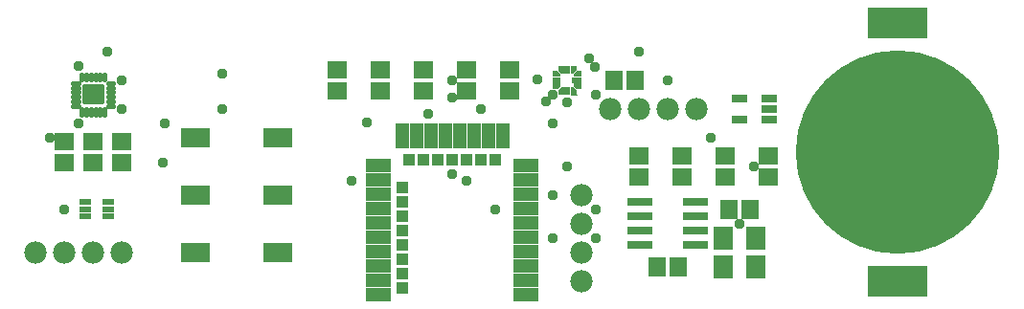
<source format=gbr>
G04 EAGLE Gerber RS-274X export*
G75*
%MOMM*%
%FSLAX34Y34*%
%LPD*%
%INSoldermask Top*%
%IPPOS*%
%AMOC8*
5,1,8,0,0,1.08239X$1,22.5*%
G01*
%ADD10C,18.003200*%
%ADD11R,5.303200X2.703200*%
%ADD12R,2.503200X1.803200*%
%ADD13R,1.703200X1.503200*%
%ADD14R,1.503200X1.703200*%
%ADD15C,1.981200*%
%ADD16R,1.803200X2.006200*%
%ADD17C,0.403200*%
%ADD18C,0.360637*%
%ADD19R,1.403200X0.753200*%
%ADD20R,2.184400X0.762000*%
%ADD21R,1.003200X0.623200*%
%ADD22R,0.953791X0.500741*%
%ADD23R,0.500250X0.701281*%
%ADD24R,0.700694X0.498663*%
%ADD25R,0.500537X0.698763*%
%ADD26C,0.010000*%
%ADD27R,1.203200X2.203200*%
%ADD28R,2.203200X1.203200*%
%ADD29R,1.103200X1.103200*%
%ADD30C,0.959600*%

G36*
X614871Y208917D02*
X614871Y208917D01*
X614885Y208915D01*
X617635Y211665D01*
X617638Y211687D01*
X617647Y211695D01*
X617646Y211697D01*
X617649Y211700D01*
X617649Y215950D01*
X617613Y215997D01*
X617606Y215992D01*
X617600Y215999D01*
X612600Y215999D01*
X612553Y215963D01*
X612556Y215959D01*
X612553Y215957D01*
X612555Y215953D01*
X612551Y215950D01*
X612551Y208950D01*
X612587Y208903D01*
X612594Y208908D01*
X612600Y208901D01*
X614850Y208901D01*
X614871Y208917D01*
G37*
G36*
X606647Y208937D02*
X606647Y208937D01*
X606642Y208944D01*
X606649Y208950D01*
X606649Y215950D01*
X606613Y215997D01*
X606606Y215992D01*
X606600Y215999D01*
X601600Y215999D01*
X601553Y215963D01*
X601556Y215959D01*
X601553Y215957D01*
X601555Y215953D01*
X601551Y215950D01*
X601551Y211700D01*
X601567Y211679D01*
X601565Y211665D01*
X604315Y208915D01*
X604342Y208912D01*
X604350Y208901D01*
X606600Y208901D01*
X606647Y208937D01*
G37*
G36*
X603897Y206187D02*
X603897Y206187D01*
X603892Y206194D01*
X603899Y206200D01*
X603899Y208450D01*
X603883Y208471D01*
X603885Y208485D01*
X601135Y211235D01*
X601108Y211239D01*
X601100Y211249D01*
X596850Y211249D01*
X596803Y211213D01*
X596808Y211206D01*
X596801Y211200D01*
X596801Y206200D01*
X596837Y206153D01*
X596844Y206158D01*
X596850Y206151D01*
X603850Y206151D01*
X603897Y206187D01*
G37*
G36*
X622397Y195187D02*
X622397Y195187D01*
X622392Y195194D01*
X622399Y195200D01*
X622399Y200200D01*
X622363Y200247D01*
X622356Y200242D01*
X622350Y200249D01*
X615350Y200249D01*
X615303Y200213D01*
X615308Y200206D01*
X615301Y200200D01*
X615301Y197950D01*
X615317Y197929D01*
X615315Y197915D01*
X618065Y195165D01*
X618092Y195162D01*
X618100Y195151D01*
X622350Y195151D01*
X622397Y195187D01*
G37*
G36*
X606647Y190437D02*
X606647Y190437D01*
X606642Y190444D01*
X606649Y190450D01*
X606649Y197450D01*
X606613Y197497D01*
X606606Y197492D01*
X606600Y197499D01*
X604350Y197499D01*
X604329Y197483D01*
X604315Y197485D01*
X601565Y194735D01*
X601562Y194708D01*
X601551Y194700D01*
X601551Y190450D01*
X601587Y190403D01*
X601594Y190408D01*
X601600Y190401D01*
X606600Y190401D01*
X606647Y190437D01*
G37*
G36*
X617647Y190437D02*
X617647Y190437D01*
X617642Y190444D01*
X617649Y190450D01*
X617649Y194700D01*
X617633Y194721D01*
X617635Y194735D01*
X615135Y197235D01*
X615109Y197238D01*
X615103Y197247D01*
X615102Y197247D01*
X615100Y197249D01*
X612600Y197249D01*
X612553Y197213D01*
X612554Y197212D01*
X612553Y197211D01*
X612557Y197205D01*
X612551Y197200D01*
X612551Y190450D01*
X612587Y190403D01*
X612594Y190408D01*
X612600Y190401D01*
X617600Y190401D01*
X617647Y190437D01*
G37*
G36*
X601121Y195167D02*
X601121Y195167D01*
X601135Y195165D01*
X603635Y197665D01*
X603638Y197692D01*
X603647Y197698D01*
X603647Y197699D01*
X603649Y197700D01*
X603649Y200200D01*
X603613Y200247D01*
X603606Y200242D01*
X603600Y200249D01*
X596850Y200249D01*
X596803Y200213D01*
X596808Y200206D01*
X596801Y200200D01*
X596801Y195200D01*
X596837Y195153D01*
X596844Y195158D01*
X596850Y195151D01*
X601100Y195151D01*
X601121Y195167D01*
G37*
G36*
X622397Y206187D02*
X622397Y206187D01*
X622392Y206194D01*
X622399Y206200D01*
X622399Y211200D01*
X622363Y211247D01*
X622356Y211242D01*
X622350Y211249D01*
X618100Y211249D01*
X618079Y211233D01*
X618065Y211235D01*
X615565Y208735D01*
X615562Y208708D01*
X615551Y208700D01*
X615551Y206200D01*
X615587Y206153D01*
X615594Y206158D01*
X615600Y206151D01*
X622350Y206151D01*
X622397Y206187D01*
G37*
D10*
X901700Y139700D03*
D11*
X901700Y25200D03*
X901700Y254200D03*
D12*
X354000Y101600D03*
X281000Y101600D03*
X354000Y50800D03*
X281000Y50800D03*
D13*
X711200Y136500D03*
X711200Y117500D03*
X444500Y193700D03*
X444500Y212700D03*
X787400Y136500D03*
X787400Y117500D03*
X520700Y193700D03*
X520700Y212700D03*
X406400Y212700D03*
X406400Y193700D03*
D14*
X650900Y203200D03*
X669900Y203200D03*
D13*
X190500Y149200D03*
X190500Y130200D03*
X558800Y193700D03*
X558800Y212700D03*
D15*
X647700Y177800D03*
X673100Y177800D03*
X698500Y177800D03*
X723900Y177800D03*
X139700Y50800D03*
X165100Y50800D03*
X190500Y50800D03*
X215900Y50800D03*
X622300Y101600D03*
X622300Y76200D03*
X622300Y50800D03*
X622300Y25400D03*
D16*
X776220Y38100D03*
X747780Y38100D03*
D17*
X177500Y200500D02*
X172500Y200500D01*
X172500Y196500D02*
X177500Y196500D01*
X177500Y192500D02*
X172500Y192500D01*
X172500Y188500D02*
X177500Y188500D01*
X177500Y184500D02*
X172500Y184500D01*
X172500Y180500D02*
X177500Y180500D01*
X180500Y177500D02*
X180500Y172500D01*
X184500Y172500D02*
X184500Y177500D01*
X188500Y177500D02*
X188500Y172500D01*
X192500Y172500D02*
X192500Y177500D01*
X196500Y177500D02*
X196500Y172500D01*
X200500Y172500D02*
X200500Y177500D01*
X203500Y180500D02*
X208500Y180500D01*
X208500Y184500D02*
X203500Y184500D01*
X203500Y188500D02*
X208500Y188500D01*
X208500Y192500D02*
X203500Y192500D01*
X203500Y196500D02*
X208500Y196500D01*
X208500Y200500D02*
X203500Y200500D01*
X200500Y203500D02*
X200500Y208500D01*
X196500Y208500D02*
X196500Y203500D01*
X192500Y203500D02*
X192500Y208500D01*
X188500Y208500D02*
X188500Y203500D01*
X184500Y203500D02*
X184500Y208500D01*
X180500Y208500D02*
X180500Y203500D01*
D18*
X182537Y183287D02*
X198463Y183287D01*
X182537Y183287D02*
X182537Y197713D01*
X198463Y197713D01*
X198463Y183287D01*
X198463Y186713D02*
X182537Y186713D01*
X182537Y190139D02*
X198463Y190139D01*
X198463Y193565D02*
X182537Y193565D01*
X182537Y196991D02*
X198463Y196991D01*
D13*
X673100Y117500D03*
X673100Y136500D03*
X165100Y130200D03*
X165100Y149200D03*
D14*
X752500Y88900D03*
X771500Y88900D03*
X689000Y38100D03*
X708000Y38100D03*
D13*
X749300Y136500D03*
X749300Y117500D03*
X215900Y130200D03*
X215900Y149200D03*
D16*
X747780Y63500D03*
X776220Y63500D03*
D12*
X354000Y152400D03*
X281000Y152400D03*
D19*
X787700Y168300D03*
X787700Y177800D03*
X787700Y187300D03*
X761700Y187300D03*
X761700Y168300D03*
D20*
X673862Y95250D03*
X673862Y82550D03*
X673862Y69850D03*
X673862Y57150D03*
X723138Y57150D03*
X723138Y69850D03*
X723138Y82550D03*
X723138Y95250D03*
D21*
X183200Y95400D03*
X204200Y95400D03*
X183200Y88900D03*
X204200Y88900D03*
X183200Y82400D03*
X204200Y82400D03*
D22*
X617619Y203204D03*
D23*
X609601Y212456D03*
D24*
X600343Y203203D03*
D25*
X609603Y193944D03*
D26*
X612600Y197200D02*
X612600Y190450D01*
X617600Y190450D01*
D27*
X552400Y153500D03*
X539700Y153500D03*
X527000Y153500D03*
X514300Y153500D03*
X501600Y153500D03*
X488900Y153500D03*
X476200Y153500D03*
X463500Y153500D03*
D28*
X573000Y127500D03*
X573000Y114800D03*
X573000Y102100D03*
X573000Y89400D03*
X573000Y76700D03*
X573000Y64000D03*
X573000Y51300D03*
X573000Y38600D03*
X573000Y25900D03*
X573000Y13200D03*
X443000Y127500D03*
X443000Y114800D03*
X443000Y102100D03*
X443000Y89400D03*
X443000Y76700D03*
X443000Y64000D03*
X443000Y51300D03*
X443000Y38600D03*
X443000Y25900D03*
X443000Y13200D03*
D29*
X546100Y132500D03*
X533400Y132500D03*
X520700Y132500D03*
X508000Y132500D03*
X495300Y132500D03*
X482600Y132500D03*
X469900Y132500D03*
X464000Y108450D03*
X464000Y95750D03*
X464000Y83050D03*
X464000Y70350D03*
X464000Y57650D03*
X464000Y44950D03*
X464000Y32250D03*
X464000Y19550D03*
D13*
X482600Y212700D03*
X482600Y193700D03*
D30*
X254000Y165100D03*
X583118Y204282D03*
X628574Y222326D03*
X596799Y190500D03*
X252400Y130200D03*
X609600Y183868D03*
X215900Y203200D03*
X596900Y63500D03*
X635000Y63500D03*
X508000Y203200D03*
X507894Y187632D03*
X304800Y208554D03*
X304800Y177800D03*
X774700Y127000D03*
X762000Y76200D03*
X736600Y152400D03*
X165100Y88900D03*
X152294Y152400D03*
X215900Y177800D03*
X177800Y165100D03*
X486724Y173676D03*
X533400Y177800D03*
X635000Y190500D03*
X508000Y120368D03*
X432724Y166024D03*
X633868Y214768D03*
X203200Y228600D03*
X609600Y127000D03*
X590423Y184023D03*
X596900Y165100D03*
X520700Y114300D03*
X635000Y88900D03*
X177800Y215900D03*
X546100Y88900D03*
X698500Y203200D03*
X673100Y228600D03*
X596900Y101600D03*
X419100Y114300D03*
M02*

</source>
